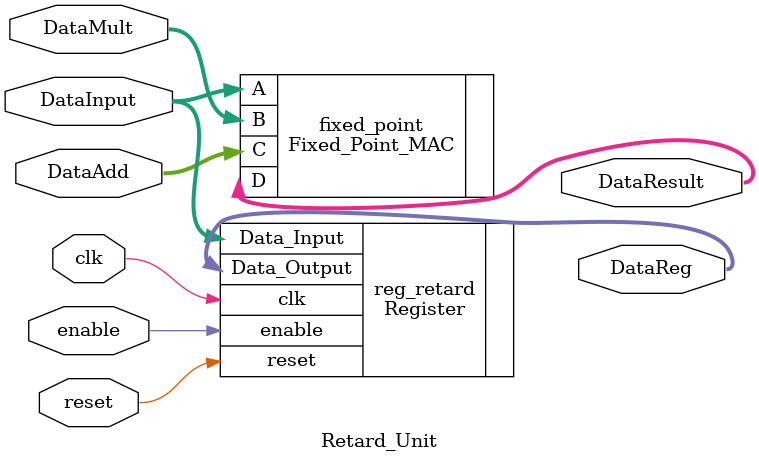
<source format=sv>
module Retard_Unit
#(
	parameter WORD_LENGTH = 16
)
(
	input clk,
	input reset,
	input enable,
	input [WORD_LENGTH-1:0] DataInput,
	input [WORD_LENGTH-1:0] DataAdd,
	input [WORD_LENGTH-1:0] DataMult,
	output [WORD_LENGTH-1:0] DataResult,
	output [WORD_LENGTH-1:0] DataReg
);

Fixed_Point_MAC
#(
	.Word_Length(WORD_LENGTH),
	.Integer_Part(2)
)
fixed_point
(
	.A(DataInput),
	.B(DataMult),
	.C(DataAdd),
	.D(DataResult)
);

Register
#(
	.Word_Length(WORD_LENGTH)
)
reg_retard
(
	.clk(clk),
	.reset(reset),
	.enable(enable),
	.Data_Input(DataInput),
	.Data_Output(DataReg)
);


endmodule

</source>
